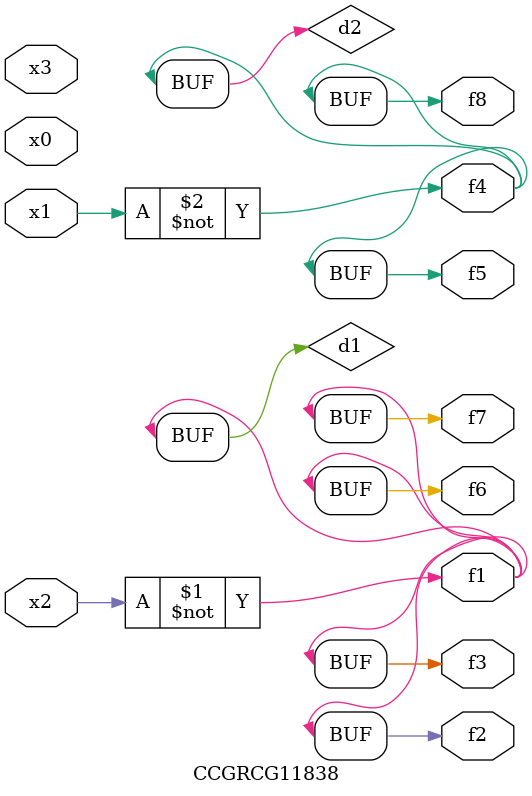
<source format=v>
module CCGRCG11838(
	input x0, x1, x2, x3,
	output f1, f2, f3, f4, f5, f6, f7, f8
);

	wire d1, d2;

	xnor (d1, x2);
	not (d2, x1);
	assign f1 = d1;
	assign f2 = d1;
	assign f3 = d1;
	assign f4 = d2;
	assign f5 = d2;
	assign f6 = d1;
	assign f7 = d1;
	assign f8 = d2;
endmodule

</source>
